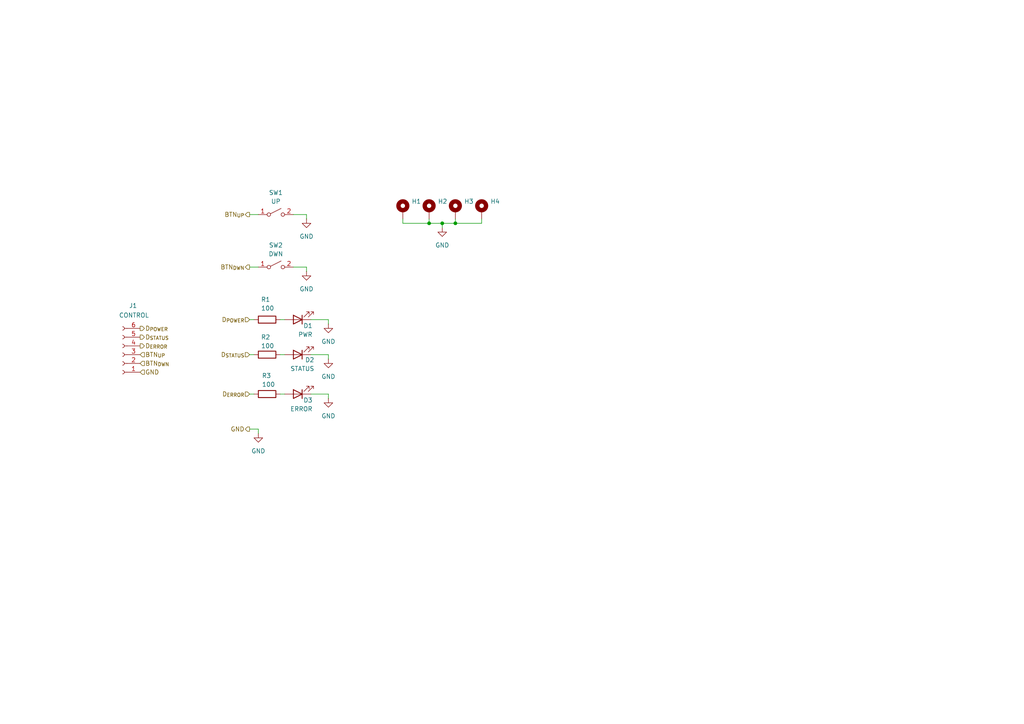
<source format=kicad_sch>
(kicad_sch (version 20231120) (generator "eeschema") (generator_version "8.0")
  (paper "A4")
  (lib_symbols
    (symbol "Connector:Conn_01x06_Socket" (pin_names (offset 1.016) hide)
      (property "Reference" "J" (at 0 7.62 0))
      (property "Value" "Conn_01x06_Socket" (at 0 -10.16 0))
      (symbol "Conn_01x06_Socket_1_1"
        (arc (start 0 -7.112) (mid -0.5058 -7.62) (end 0 -8.128) (stroke (width 0.1524)))
        (arc (start 0 -4.572) (mid -0.5058 -5.08) (end 0 -5.588) (stroke (width 0.1524)))
        (arc (start 0 -2.032) (mid -0.5058 -2.54) (end 0 -3.048) (stroke (width 0.1524)))
        (polyline (pts (xy -1.27 -7.62) (xy -0.508 -7.62)) (stroke (width 0.1524)))
        (polyline (pts (xy -1.27 -5.08) (xy -0.508 -5.08)) (stroke (width 0.1524)))
        (polyline (pts (xy -1.27 -2.54) (xy -0.508 -2.54)) (stroke (width 0.1524)))
        (polyline (pts (xy -1.27 0) (xy -0.508 0)) (stroke (width 0.1524)))
        (polyline (pts (xy -1.27 2.54) (xy -0.508 2.54)) (stroke (width 0.1524)))
        (polyline (pts (xy -1.27 5.08) (xy -0.508 5.08)) (stroke (width 0.1524)))
        (arc (start 0 0.508) (mid -0.5058 0) (end 0 -0.508) (stroke (width 0.1524)))
        (arc (start 0 3.048) (mid -0.5058 2.54) (end 0 2.032) (stroke (width 0.1524)))
        (arc (start 0 5.588) (mid -0.5058 5.08) (end 0 4.572) (stroke (width 0.1524)))
        (pin passive line (at -5.08 5.08 0) (length 3.81) (name "Pin_1") (number "1"))
        (pin passive line (at -5.08 2.54 0) (length 3.81) (name "Pin_2") (number "2"))
        (pin passive line (at -5.08 0 0) (length 3.81) (name "Pin_3") (number "3"))
        (pin passive line (at -5.08 -2.54 0) (length 3.81) (name "Pin_4") (number "4"))
        (pin passive line (at -5.08 -5.08 0) (length 3.81) (name "Pin_5") (number "5"))
        (pin passive line (at -5.08 -7.62 0) (length 3.81) (name "Pin_6") (number "6"))
      )
    )
    (symbol "Device:LED" (pin_numbers hide) (pin_names (offset 1.016) hide)
      (property "Reference" "D" (at 0 2.54 0))
      (property "Value" "LED" (at 0 -2.54 0))
      (symbol "LED_0_1"
        (polyline (pts (xy -1.27 -1.27) (xy -1.27 1.27)) (stroke (width 0.254)))
        (polyline (pts (xy -1.27 0) (xy 1.27 0)))
        (polyline (pts (xy 1.27 -1.27) (xy 1.27 1.27) (xy -1.27 0) (xy 1.27 -1.27)) (stroke (width 0.254)))
        (polyline (pts (xy -3.048 -0.762) (xy -4.572 -2.286) (xy -3.81 -2.286) (xy -4.572 -2.286) (xy -4.572 -1.524)))
        (polyline (pts (xy -1.778 -0.762) (xy -3.302 -2.286) (xy -2.54 -2.286) (xy -3.302 -2.286) (xy -3.302 -1.524)))
      )
      (symbol "LED_1_1"
        (pin passive line (at -3.81 0 0) (length 2.54) (name "K") (number "1"))
        (pin passive line (at 3.81 0 180) (length 2.54) (name "A") (number "2"))
      )
    )
    (symbol "Device:R" (pin_numbers hide) (pin_names (offset 0))
      (property "Reference" "R" (at 2.032 0 90))
      (property "Value" "R" (at 0 0 90))
      (symbol "R_0_1"
        (rectangle (start -1.016 -2.54) (end 1.016 2.54) (stroke (width 0.254)))
      )
      (symbol "R_1_1"
        (pin passive line (at 0 3.81 270) (length 1.27) (name "~") (number "1"))
        (pin passive line (at 0 -3.81 90) (length 1.27) (name "~") (number "2"))
      )
    )
    (symbol "Mechanical:MountingHole_Pad" (pin_numbers hide) (pin_names (offset 1.016) hide) (exclude_from_sim yes) (in_bom no)
      (property "Reference" "H" (at 0 6.35 0))
      (property "Value" "MountingHole_Pad" (at 0 4.445 0))
      (symbol "MountingHole_Pad_0_1"
        (circle (center 0 1.27) (radius 1.27) (stroke (width 1.27)))
      )
      (symbol "MountingHole_Pad_1_1"
        (pin input line (at 0 -2.54 90) (length 2.54) (name "1") (number "1"))
      )
    )
    (symbol "Switch:SW_SPST" (pin_names (offset 0) hide)
      (property "Reference" "SW" (at 0 3.175 0))
      (property "Value" "SW_SPST" (at 0 -2.54 0))
      (symbol "SW_SPST_0_0"
        (circle (center -2.032 0) (radius 0.508))
        (polyline (pts (xy -1.524 0.254) (xy 1.524 1.778)))
        (circle (center 2.032 0) (radius 0.508))
      )
      (symbol "SW_SPST_1_1"
        (pin passive line (at -5.08 0 0) (length 2.54) (name "A") (number "1"))
        (pin passive line (at 5.08 0 180) (length 2.54) (name "B") (number "2"))
      )
    )
    (symbol "power:GND" (power) (pin_numbers hide) (pin_names (offset 0) hide)
      (property "Value" "GND" (at 0 -3.81 0))
      (symbol "GND_0_1"
        (polyline (pts (xy 0 0) (xy 0 -1.27) (xy 1.27 -1.27) (xy 0 -2.54) (xy -1.27 -1.27) (xy 0 -1.27)))
      )
      (symbol "GND_1_1"
        (pin power_in line (at 0 0 270) (length 0) (name "~") (number "1"))
      )
    )
  )
  (junction (at 124.46 64.77))
  (junction (at 132.08 64.77))
  (junction (at 128.27 64.77))
  (wire (pts (xy 72.39 102.87) (xy 73.66 102.87)))
  (wire (pts (xy 72.39 62.23) (xy 74.93 62.23)))
  (wire (pts (xy 132.08 64.77) (xy 139.7 64.77)))
  (wire (pts (xy 95.25 93.98) (xy 95.25 92.71)))
  (wire (pts (xy 81.28 92.71) (xy 82.55 92.71)))
  (wire (pts (xy 128.27 64.77) (xy 132.08 64.77)))
  (wire (pts (xy 95.25 114.3) (xy 90.17 114.3)))
  (wire (pts (xy 116.84 64.77) (xy 124.46 64.77)))
  (wire (pts (xy 74.93 124.46) (xy 74.93 125.73)))
  (wire (pts (xy 95.25 115.57) (xy 95.25 114.3)))
  (wire (pts (xy 95.25 92.71) (xy 90.17 92.71)))
  (wire (pts (xy 88.9 77.47) (xy 88.9 78.74)))
  (wire (pts (xy 95.25 102.87) (xy 90.17 102.87)))
  (wire (pts (xy 128.27 64.77) (xy 128.27 66.04)))
  (wire (pts (xy 88.9 62.23) (xy 88.9 63.5)))
  (wire (pts (xy 124.46 63.5) (xy 124.46 64.77)))
  (wire (pts (xy 72.39 77.47) (xy 74.93 77.47)))
  (wire (pts (xy 81.28 102.87) (xy 82.55 102.87)))
  (wire (pts (xy 132.08 63.5) (xy 132.08 64.77)))
  (wire (pts (xy 95.25 104.14) (xy 95.25 102.87)))
  (wire (pts (xy 116.84 63.5) (xy 116.84 64.77)))
  (wire (pts (xy 85.09 62.23) (xy 88.9 62.23)))
  (wire (pts (xy 81.28 114.3) (xy 82.55 114.3)))
  (wire (pts (xy 139.7 63.5) (xy 139.7 64.77)))
  (wire (pts (xy 72.39 92.71) (xy 73.66 92.71)))
  (wire (pts (xy 85.09 77.47) (xy 88.9 77.47)))
  (wire (pts (xy 72.39 124.46) (xy 74.93 124.46)))
  (wire (pts (xy 124.46 64.77) (xy 128.27 64.77)))
  (wire (pts (xy 72.39 114.3) (xy 73.66 114.3)))
  (hierarchical_label "D_{STATUS}" (shape input) (at 72.39 102.87 180))
  (hierarchical_label "BTN_{DWN}" (shape input) (at 40.64 105.41 0))
  (hierarchical_label "BTN_{UP}" (shape input) (at 40.64 102.87 0))
  (hierarchical_label "BTN_{UP}" (shape output) (at 72.39 62.23 180))
  (hierarchical_label "D_{ERROR}" (shape output) (at 40.64 100.33 0))
  (hierarchical_label "D_{POWER}" (shape input) (at 72.39 92.71 180))
  (hierarchical_label "GND" (shape output) (at 72.39 124.46 180))
  (hierarchical_label "D_{POWER}" (shape output) (at 40.64 95.25 0))
  (hierarchical_label "D_{STATUS}" (shape output) (at 40.64 97.79 0))
  (hierarchical_label "GND" (shape input) (at 40.64 107.95 0))
  (hierarchical_label "BTN_{DWN}" (shape output) (at 72.39 77.47 180))
  (hierarchical_label "D_{ERROR}" (shape input) (at 72.39 114.3 180))
  (symbol (lib_id "Device:R") (at 77.47 92.71 270) (unit 1)
    (property "Reference" "R1" (at 75.692 86.868 90) (effects (justify left)))
    (property "Value" "100" (at 75.692 89.408 90) (effects (justify left)))
    (property "Footprint" "Resistor_SMD:R_0603_1608Metric_Pad0.98x0.95mm_HandSolder" (effects (hide yes)))
    (property "Description" "Resistor" (effects (hide yes)))
  )
  (symbol (lib_id "power:GND") (at 95.25 93.98 0) (unit 1)
    (property "Reference" "#PWR03" (effects (hide yes)))
    (property "Value" "GND" (at 95.25 99.06 0))
    (property "Description" "Power symbol creates a global label with name \"GND\" , ground" (effects (hide yes)))
  )
  (symbol (lib_id "Mechanical:MountingHole_Pad") (at 132.08 60.96 0) (unit 1) (exclude_from_sim yes) (in_bom no)
    (property "Reference" "H3" (at 134.62 58.4199 0) (effects (justify left)))
    (property "Value" "MountingHole_Pad" (effects (hide yes)))
    (property "Footprint" "MountingHole:MountingHole_3.2mm_M3_DIN965_Pad" (effects (hide yes)))
    (property "Description" "Mounting Hole with connection" (effects (hide yes)))
  )
  (symbol (lib_id "power:GND") (at 128.27 66.04 0) (unit 1)
    (property "Reference" "#PWR07" (effects (hide yes)))
    (property "Value" "GND" (at 128.27 71.12 0))
    (property "Description" "Power symbol creates a global label with name \"GND\" , ground" (effects (hide yes)))
  )
  (symbol (lib_id "power:GND") (at 95.25 104.14 0) (unit 1)
    (property "Reference" "#PWR04" (effects (hide yes)))
    (property "Value" "GND" (at 95.25 109.22 0))
    (property "Description" "Power symbol creates a global label with name \"GND\" , ground" (effects (hide yes)))
  )
  (symbol (lib_id "Connector:Conn_01x06_Socket") (at 35.56 102.87 180) (unit 1)
    (property "Reference" "J1" (at 38.608 88.646 0))
    (property "Value" "CONTROL" (at 38.862 91.44 0))
    (property "Footprint" "Connector_JST:JST_XH_B6B-XH-A_1x06_P2.50mm_Vertical" (effects (hide yes)))
    (property "Description" "Generic connector, single row, 01x06, script generated" (effects (hide yes)))
  )
  (symbol (lib_id "Device:LED") (at 86.36 92.71 180) (unit 1)
    (property "Reference" "D1" (at 90.678 94.488 0) (effects (justify left)))
    (property "Value" "PWR" (at 90.678 97.028 0) (effects (justify left)))
    (property "Description" "Light emitting diode" (effects (hide yes)))
  )
  (symbol (lib_id "power:GND") (at 95.25 115.57 0) (unit 1)
    (property "Reference" "#PWR05" (effects (hide yes)))
    (property "Value" "GND" (at 95.25 120.65 0))
    (property "Description" "Power symbol creates a global label with name \"GND\" , ground" (effects (hide yes)))
  )
  (symbol (lib_id "Device:R") (at 77.47 102.87 270) (unit 1)
    (property "Reference" "R2" (at 75.692 97.79 90) (effects (justify left)))
    (property "Value" "100" (at 75.692 100.33 90) (effects (justify left)))
    (property "Footprint" "Resistor_SMD:R_0603_1608Metric_Pad0.98x0.95mm_HandSolder" (effects (hide yes)))
    (property "Description" "Resistor" (effects (hide yes)))
  )
  (symbol (lib_id "power:GND") (at 74.93 125.73 0) (unit 1)
    (property "Reference" "#PWR06" (effects (hide yes)))
    (property "Value" "GND" (at 74.93 130.81 0))
    (property "Description" "Power symbol creates a global label with name \"GND\" , ground" (effects (hide yes)))
  )
  (symbol (lib_id "power:GND") (at 88.9 78.74 0) (unit 1)
    (property "Reference" "#PWR02" (effects (hide yes)))
    (property "Value" "GND" (at 88.9 83.82 0))
    (property "Description" "Power symbol creates a global label with name \"GND\" , ground" (effects (hide yes)))
  )
  (symbol (lib_id "Device:R") (at 77.47 114.3 270) (unit 1)
    (property "Reference" "R3" (at 75.946 108.966 90) (effects (justify left)))
    (property "Value" "100" (at 75.946 111.506 90) (effects (justify left)))
    (property "Footprint" "Resistor_SMD:R_0603_1608Metric_Pad0.98x0.95mm_HandSolder" (effects (hide yes)))
    (property "Description" "Resistor" (effects (hide yes)))
  )
  (symbol (lib_id "Device:LED") (at 86.36 114.3 180) (unit 1)
    (property "Reference" "D3" (at 90.678 116.078 0) (effects (justify left)))
    (property "Value" "ERROR" (at 90.678 118.618 0) (effects (justify left)))
    (property "Description" "Light emitting diode" (effects (hide yes)))
  )
  (symbol (lib_id "Switch:SW_SPST") (at 80.01 62.23 0) (unit 1)
    (property "Reference" "SW1" (at 80.01 55.88 0))
    (property "Value" "UP" (at 80.01 58.42 0))
    (property "Description" "Single Pole Single Throw (SPST) switch" (effects (hide yes)))
  )
  (symbol (lib_id "power:GND") (at 88.9 63.5 0) (unit 1)
    (property "Reference" "#PWR01" (effects (hide yes)))
    (property "Value" "GND" (at 88.9 68.58 0))
    (property "Description" "Power symbol creates a global label with name \"GND\" , ground" (effects (hide yes)))
  )
  (symbol (lib_id "Switch:SW_SPST") (at 80.01 77.47 0) (unit 1)
    (property "Reference" "SW2" (at 80.01 71.12 0))
    (property "Value" "DWN" (at 80.01 73.66 0))
    (property "Description" "Single Pole Single Throw (SPST) switch" (effects (hide yes)))
  )
  (symbol (lib_id "Mechanical:MountingHole_Pad") (at 116.84 60.96 0) (unit 1) (exclude_from_sim yes) (in_bom no)
    (property "Reference" "H1" (at 119.38 58.4199 0) (effects (justify left)))
    (property "Value" "MountingHole_Pad" (effects (hide yes)))
    (property "Footprint" "MountingHole:MountingHole_3.2mm_M3_DIN965_Pad" (effects (hide yes)))
    (property "Description" "Mounting Hole with connection" (effects (hide yes)))
  )
  (symbol (lib_id "Mechanical:MountingHole_Pad") (at 139.7 60.96 0) (unit 1) (exclude_from_sim yes) (in_bom no)
    (property "Reference" "H4" (at 142.24 58.4199 0) (effects (justify left)))
    (property "Value" "MountingHole_Pad" (effects (hide yes)))
    (property "Footprint" "MountingHole:MountingHole_3.2mm_M3_DIN965_Pad" (effects (hide yes)))
    (property "Description" "Mounting Hole with connection" (effects (hide yes)))
  )
  (symbol (lib_id "Mechanical:MountingHole_Pad") (at 124.46 60.96 0) (unit 1) (exclude_from_sim yes) (in_bom no)
    (property "Reference" "H2" (at 127 58.4199 0) (effects (justify left)))
    (property "Value" "MountingHole_Pad" (effects (hide yes)))
    (property "Footprint" "MountingHole:MountingHole_3.2mm_M3_DIN965_Pad" (effects (hide yes)))
    (property "Description" "Mounting Hole with connection" (effects (hide yes)))
  )
  (symbol (lib_id "Device:LED") (at 86.36 102.87 180) (unit 1)
    (property "Reference" "D2" (at 91.186 104.394 0) (effects (justify left)))
    (property "Value" "STATUS" (at 91.186 106.934 0) (effects (justify left)))
    (property "Description" "Light emitting diode" (effects (hide yes)))
  )
)
</source>
